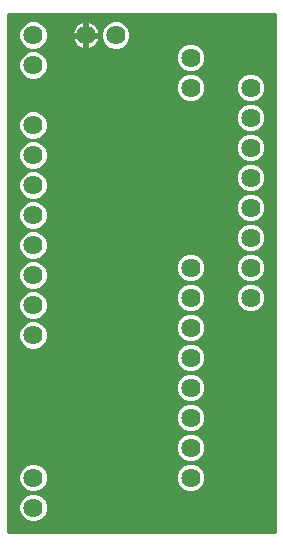
<source format=gbl>
G75*
%MOIN*%
%OFA0B0*%
%FSLAX25Y25*%
%IPPOS*%
%LPD*%
%AMOC8*
5,1,8,0,0,1.08239X$1,22.5*
%
%ADD10C,0.06400*%
%ADD11C,0.01000*%
%ADD12C,0.04362*%
D10*
X0011500Y0011500D03*
X0011500Y0021500D03*
X0011500Y0069000D03*
X0011500Y0079000D03*
X0011500Y0089000D03*
X0011500Y0099000D03*
X0011500Y0109000D03*
X0011500Y0119000D03*
X0011500Y0129000D03*
X0011500Y0139000D03*
X0011500Y0159000D03*
X0011500Y0169000D03*
X0029000Y0169000D03*
X0039000Y0169000D03*
X0064000Y0161500D03*
X0064000Y0151500D03*
X0084000Y0151500D03*
X0084000Y0141500D03*
X0084000Y0131500D03*
X0084000Y0121500D03*
X0084000Y0111500D03*
X0084000Y0101500D03*
X0084000Y0091500D03*
X0084000Y0081500D03*
X0064000Y0081500D03*
X0064000Y0071500D03*
X0064000Y0061500D03*
X0064000Y0051500D03*
X0064000Y0041500D03*
X0064000Y0031500D03*
X0064000Y0021500D03*
X0064000Y0091500D03*
D11*
X0003200Y0176001D02*
X0003200Y0003200D01*
X0092221Y0003200D01*
X0092221Y0176001D01*
X0003200Y0176001D01*
X0003200Y0175241D02*
X0092221Y0175241D01*
X0092221Y0174242D02*
X0003200Y0174242D01*
X0003200Y0173244D02*
X0008941Y0173244D01*
X0008724Y0173154D02*
X0007346Y0171776D01*
X0006600Y0169975D01*
X0006600Y0168025D01*
X0007346Y0166224D01*
X0008724Y0164846D01*
X0010525Y0164100D01*
X0012475Y0164100D01*
X0014276Y0164846D01*
X0015654Y0166224D01*
X0016400Y0168025D01*
X0016400Y0169975D01*
X0015654Y0171776D01*
X0014276Y0173154D01*
X0012475Y0173900D01*
X0010525Y0173900D01*
X0008724Y0173154D01*
X0007816Y0172245D02*
X0003200Y0172245D01*
X0003200Y0171247D02*
X0007127Y0171247D01*
X0006713Y0170248D02*
X0003200Y0170248D01*
X0003200Y0169250D02*
X0006600Y0169250D01*
X0006600Y0168251D02*
X0003200Y0168251D01*
X0003200Y0167253D02*
X0006920Y0167253D01*
X0007334Y0166254D02*
X0003200Y0166254D01*
X0003200Y0165256D02*
X0008314Y0165256D01*
X0008977Y0163259D02*
X0003200Y0163259D01*
X0003200Y0164257D02*
X0010145Y0164257D01*
X0010525Y0163900D02*
X0008724Y0163154D01*
X0007346Y0161776D01*
X0006600Y0159975D01*
X0006600Y0158025D01*
X0007346Y0156224D01*
X0008724Y0154846D01*
X0010525Y0154100D01*
X0012475Y0154100D01*
X0014276Y0154846D01*
X0015654Y0156224D01*
X0016400Y0158025D01*
X0016400Y0159975D01*
X0015654Y0161776D01*
X0014276Y0163154D01*
X0012475Y0163900D01*
X0010525Y0163900D01*
X0012855Y0164257D02*
X0037645Y0164257D01*
X0038025Y0164100D02*
X0039975Y0164100D01*
X0041776Y0164846D01*
X0043154Y0166224D01*
X0043900Y0168025D01*
X0043900Y0169975D01*
X0043154Y0171776D01*
X0041776Y0173154D01*
X0039975Y0173900D01*
X0038025Y0173900D01*
X0036224Y0173154D01*
X0034846Y0171776D01*
X0034100Y0169975D01*
X0034100Y0168025D01*
X0034846Y0166224D01*
X0036224Y0164846D01*
X0038025Y0164100D01*
X0035814Y0165256D02*
X0031843Y0165256D01*
X0032062Y0165415D02*
X0032585Y0165938D01*
X0033020Y0166537D01*
X0033356Y0167196D01*
X0033584Y0167899D01*
X0033679Y0168500D01*
X0029500Y0168500D01*
X0029500Y0169500D01*
X0028500Y0169500D01*
X0028500Y0173679D01*
X0027899Y0173584D01*
X0027196Y0173356D01*
X0026537Y0173020D01*
X0025938Y0172585D01*
X0025415Y0172062D01*
X0024980Y0171463D01*
X0024644Y0170804D01*
X0024416Y0170101D01*
X0024321Y0169500D01*
X0028500Y0169500D01*
X0028500Y0168500D01*
X0024321Y0168500D01*
X0024416Y0167899D01*
X0024644Y0167196D01*
X0024980Y0166537D01*
X0025415Y0165938D01*
X0025938Y0165415D01*
X0026537Y0164980D01*
X0027196Y0164644D01*
X0027899Y0164416D01*
X0028500Y0164321D01*
X0028500Y0168500D01*
X0029500Y0168500D01*
X0029500Y0164321D01*
X0030101Y0164416D01*
X0030804Y0164644D01*
X0031463Y0164980D01*
X0032062Y0165415D01*
X0032815Y0166254D02*
X0034834Y0166254D01*
X0034420Y0167253D02*
X0033374Y0167253D01*
X0033640Y0168251D02*
X0034100Y0168251D01*
X0034100Y0169250D02*
X0029500Y0169250D01*
X0029500Y0169500D02*
X0033679Y0169500D01*
X0033584Y0170101D01*
X0033356Y0170804D01*
X0033020Y0171463D01*
X0032585Y0172062D01*
X0032062Y0172585D01*
X0031463Y0173020D01*
X0030804Y0173356D01*
X0030101Y0173584D01*
X0029500Y0173679D01*
X0029500Y0169500D01*
X0029500Y0170248D02*
X0028500Y0170248D01*
X0028500Y0169250D02*
X0016400Y0169250D01*
X0016400Y0168251D02*
X0024360Y0168251D01*
X0024626Y0167253D02*
X0016080Y0167253D01*
X0015666Y0166254D02*
X0025185Y0166254D01*
X0026157Y0165256D02*
X0014685Y0165256D01*
X0014023Y0163259D02*
X0059425Y0163259D01*
X0059100Y0162475D02*
X0059846Y0164276D01*
X0061224Y0165654D01*
X0063025Y0166400D01*
X0064975Y0166400D01*
X0066776Y0165654D01*
X0068154Y0164276D01*
X0068900Y0162475D01*
X0068900Y0160525D01*
X0068154Y0158724D01*
X0066776Y0157346D01*
X0064975Y0156600D01*
X0063025Y0156600D01*
X0061224Y0157346D01*
X0059846Y0158724D01*
X0059100Y0160525D01*
X0059100Y0162475D01*
X0059100Y0162260D02*
X0015169Y0162260D01*
X0015867Y0161262D02*
X0059100Y0161262D01*
X0059209Y0160263D02*
X0016280Y0160263D01*
X0016400Y0159265D02*
X0059622Y0159265D01*
X0060304Y0158266D02*
X0016400Y0158266D01*
X0016086Y0157268D02*
X0061413Y0157268D01*
X0061224Y0155654D02*
X0059846Y0154276D01*
X0059100Y0152475D01*
X0059100Y0150525D01*
X0059846Y0148724D01*
X0061224Y0147346D01*
X0063025Y0146600D01*
X0064975Y0146600D01*
X0066776Y0147346D01*
X0068154Y0148724D01*
X0068900Y0150525D01*
X0068900Y0152475D01*
X0068154Y0154276D01*
X0066776Y0155654D01*
X0064975Y0156400D01*
X0063025Y0156400D01*
X0061224Y0155654D01*
X0060841Y0155271D02*
X0014700Y0155271D01*
X0015673Y0156269D02*
X0062710Y0156269D01*
X0065290Y0156269D02*
X0082710Y0156269D01*
X0083025Y0156400D02*
X0081224Y0155654D01*
X0079846Y0154276D01*
X0079100Y0152475D01*
X0079100Y0150525D01*
X0079846Y0148724D01*
X0081224Y0147346D01*
X0083025Y0146600D01*
X0084975Y0146600D01*
X0086776Y0147346D01*
X0088154Y0148724D01*
X0088900Y0150525D01*
X0088900Y0152475D01*
X0088154Y0154276D01*
X0086776Y0155654D01*
X0084975Y0156400D01*
X0083025Y0156400D01*
X0080841Y0155271D02*
X0067159Y0155271D01*
X0068155Y0154272D02*
X0079845Y0154272D01*
X0079431Y0153274D02*
X0068569Y0153274D01*
X0068900Y0152275D02*
X0079100Y0152275D01*
X0079100Y0151277D02*
X0068900Y0151277D01*
X0068798Y0150278D02*
X0079202Y0150278D01*
X0079616Y0149280D02*
X0068384Y0149280D01*
X0067711Y0148281D02*
X0080289Y0148281D01*
X0081377Y0147283D02*
X0066623Y0147283D01*
X0061377Y0147283D02*
X0003200Y0147283D01*
X0003200Y0148281D02*
X0060289Y0148281D01*
X0059616Y0149280D02*
X0003200Y0149280D01*
X0003200Y0150278D02*
X0059202Y0150278D01*
X0059100Y0151277D02*
X0003200Y0151277D01*
X0003200Y0152275D02*
X0059100Y0152275D01*
X0059431Y0153274D02*
X0003200Y0153274D01*
X0003200Y0154272D02*
X0010110Y0154272D01*
X0008300Y0155271D02*
X0003200Y0155271D01*
X0003200Y0156269D02*
X0007327Y0156269D01*
X0006914Y0157268D02*
X0003200Y0157268D01*
X0003200Y0158266D02*
X0006600Y0158266D01*
X0006600Y0159265D02*
X0003200Y0159265D01*
X0003200Y0160263D02*
X0006720Y0160263D01*
X0007133Y0161262D02*
X0003200Y0161262D01*
X0003200Y0162260D02*
X0007831Y0162260D01*
X0012890Y0154272D02*
X0059845Y0154272D01*
X0059838Y0164257D02*
X0040355Y0164257D01*
X0042185Y0165256D02*
X0060826Y0165256D01*
X0062674Y0166254D02*
X0043166Y0166254D01*
X0043580Y0167253D02*
X0092221Y0167253D01*
X0092221Y0168251D02*
X0043900Y0168251D01*
X0043900Y0169250D02*
X0092221Y0169250D01*
X0092221Y0170248D02*
X0043787Y0170248D01*
X0043373Y0171247D02*
X0092221Y0171247D01*
X0092221Y0172245D02*
X0042684Y0172245D01*
X0041559Y0173244D02*
X0092221Y0173244D01*
X0092221Y0166254D02*
X0065326Y0166254D01*
X0067174Y0165256D02*
X0092221Y0165256D01*
X0092221Y0164257D02*
X0068162Y0164257D01*
X0068575Y0163259D02*
X0092221Y0163259D01*
X0092221Y0162260D02*
X0068900Y0162260D01*
X0068900Y0161262D02*
X0092221Y0161262D01*
X0092221Y0160263D02*
X0068791Y0160263D01*
X0068378Y0159265D02*
X0092221Y0159265D01*
X0092221Y0158266D02*
X0067696Y0158266D01*
X0066587Y0157268D02*
X0092221Y0157268D01*
X0092221Y0156269D02*
X0085290Y0156269D01*
X0087159Y0155271D02*
X0092221Y0155271D01*
X0092221Y0154272D02*
X0088155Y0154272D01*
X0088569Y0153274D02*
X0092221Y0153274D01*
X0092221Y0152275D02*
X0088900Y0152275D01*
X0088900Y0151277D02*
X0092221Y0151277D01*
X0092221Y0150278D02*
X0088798Y0150278D01*
X0088384Y0149280D02*
X0092221Y0149280D01*
X0092221Y0148281D02*
X0087711Y0148281D01*
X0086623Y0147283D02*
X0092221Y0147283D01*
X0092221Y0146284D02*
X0085254Y0146284D01*
X0084975Y0146400D02*
X0083025Y0146400D01*
X0081224Y0145654D01*
X0079846Y0144276D01*
X0079100Y0142475D01*
X0079100Y0140525D01*
X0079846Y0138724D01*
X0081224Y0137346D01*
X0083025Y0136600D01*
X0084975Y0136600D01*
X0086776Y0137346D01*
X0088154Y0138724D01*
X0088900Y0140525D01*
X0088900Y0142475D01*
X0088154Y0144276D01*
X0086776Y0145654D01*
X0084975Y0146400D01*
X0082746Y0146284D02*
X0003200Y0146284D01*
X0003200Y0145286D02*
X0080856Y0145286D01*
X0079857Y0144287D02*
X0003200Y0144287D01*
X0003200Y0143289D02*
X0009049Y0143289D01*
X0008724Y0143154D02*
X0007346Y0141776D01*
X0006600Y0139975D01*
X0006600Y0138025D01*
X0007346Y0136224D01*
X0008724Y0134846D01*
X0010525Y0134100D01*
X0012475Y0134100D01*
X0014276Y0134846D01*
X0015654Y0136224D01*
X0016400Y0138025D01*
X0016400Y0139975D01*
X0015654Y0141776D01*
X0014276Y0143154D01*
X0012475Y0143900D01*
X0010525Y0143900D01*
X0008724Y0143154D01*
X0007860Y0142290D02*
X0003200Y0142290D01*
X0003200Y0141292D02*
X0007145Y0141292D01*
X0006732Y0140293D02*
X0003200Y0140293D01*
X0003200Y0139295D02*
X0006600Y0139295D01*
X0006600Y0138296D02*
X0003200Y0138296D01*
X0003200Y0137298D02*
X0006901Y0137298D01*
X0007315Y0136299D02*
X0003200Y0136299D01*
X0003200Y0135301D02*
X0008270Y0135301D01*
X0009085Y0133303D02*
X0003200Y0133303D01*
X0003200Y0132305D02*
X0007875Y0132305D01*
X0007346Y0131776D02*
X0006600Y0129975D01*
X0006600Y0128025D01*
X0007346Y0126224D01*
X0008724Y0124846D01*
X0010525Y0124100D01*
X0012475Y0124100D01*
X0014276Y0124846D01*
X0015654Y0126224D01*
X0016400Y0128025D01*
X0016400Y0129975D01*
X0015654Y0131776D01*
X0014276Y0133154D01*
X0012475Y0133900D01*
X0010525Y0133900D01*
X0008724Y0133154D01*
X0007346Y0131776D01*
X0007152Y0131306D02*
X0003200Y0131306D01*
X0003200Y0130308D02*
X0006738Y0130308D01*
X0006600Y0129309D02*
X0003200Y0129309D01*
X0003200Y0128311D02*
X0006600Y0128311D01*
X0006895Y0127312D02*
X0003200Y0127312D01*
X0003200Y0126314D02*
X0007309Y0126314D01*
X0008255Y0125315D02*
X0003200Y0125315D01*
X0003200Y0124317D02*
X0010002Y0124317D01*
X0010525Y0123900D02*
X0008724Y0123154D01*
X0007346Y0121776D01*
X0006600Y0119975D01*
X0006600Y0118025D01*
X0007346Y0116224D01*
X0008724Y0114846D01*
X0010525Y0114100D01*
X0012475Y0114100D01*
X0014276Y0114846D01*
X0015654Y0116224D01*
X0016400Y0118025D01*
X0016400Y0119975D01*
X0015654Y0121776D01*
X0014276Y0123154D01*
X0012475Y0123900D01*
X0010525Y0123900D01*
X0009121Y0123318D02*
X0003200Y0123318D01*
X0003200Y0122320D02*
X0007890Y0122320D01*
X0007158Y0121321D02*
X0003200Y0121321D01*
X0003200Y0120323D02*
X0006744Y0120323D01*
X0006600Y0119324D02*
X0003200Y0119324D01*
X0003200Y0118326D02*
X0006600Y0118326D01*
X0006889Y0117327D02*
X0003200Y0117327D01*
X0003200Y0116329D02*
X0007303Y0116329D01*
X0008240Y0115330D02*
X0003200Y0115330D01*
X0003200Y0114332D02*
X0009966Y0114332D01*
X0010525Y0113900D02*
X0008724Y0113154D01*
X0007346Y0111776D01*
X0006600Y0109975D01*
X0006600Y0108025D01*
X0007346Y0106224D01*
X0008724Y0104846D01*
X0010525Y0104100D01*
X0012475Y0104100D01*
X0014276Y0104846D01*
X0015654Y0106224D01*
X0016400Y0108025D01*
X0016400Y0109975D01*
X0015654Y0111776D01*
X0014276Y0113154D01*
X0012475Y0113900D01*
X0010525Y0113900D01*
X0009157Y0113333D02*
X0003200Y0113333D01*
X0003200Y0112335D02*
X0007905Y0112335D01*
X0007164Y0111336D02*
X0003200Y0111336D01*
X0003200Y0110338D02*
X0006750Y0110338D01*
X0006600Y0109339D02*
X0003200Y0109339D01*
X0003200Y0108341D02*
X0006600Y0108341D01*
X0006883Y0107342D02*
X0003200Y0107342D01*
X0003200Y0106344D02*
X0007297Y0106344D01*
X0008225Y0105345D02*
X0003200Y0105345D01*
X0003200Y0104347D02*
X0009930Y0104347D01*
X0010525Y0103900D02*
X0008724Y0103154D01*
X0007346Y0101776D01*
X0006600Y0099975D01*
X0006600Y0098025D01*
X0007346Y0096224D01*
X0008724Y0094846D01*
X0010525Y0094100D01*
X0012475Y0094100D01*
X0014276Y0094846D01*
X0015654Y0096224D01*
X0016400Y0098025D01*
X0016400Y0099975D01*
X0015654Y0101776D01*
X0014276Y0103154D01*
X0012475Y0103900D01*
X0010525Y0103900D01*
X0009193Y0103348D02*
X0003200Y0103348D01*
X0003200Y0102350D02*
X0007920Y0102350D01*
X0007170Y0101351D02*
X0003200Y0101351D01*
X0003200Y0100353D02*
X0006757Y0100353D01*
X0006600Y0099354D02*
X0003200Y0099354D01*
X0003200Y0098356D02*
X0006600Y0098356D01*
X0006877Y0097357D02*
X0003200Y0097357D01*
X0003200Y0096359D02*
X0007290Y0096359D01*
X0008210Y0095360D02*
X0003200Y0095360D01*
X0003200Y0094362D02*
X0009894Y0094362D01*
X0010525Y0093900D02*
X0008724Y0093154D01*
X0007346Y0091776D01*
X0006600Y0089975D01*
X0006600Y0088025D01*
X0007346Y0086224D01*
X0008724Y0084846D01*
X0010525Y0084100D01*
X0012475Y0084100D01*
X0014276Y0084846D01*
X0015654Y0086224D01*
X0016400Y0088025D01*
X0016400Y0089975D01*
X0015654Y0091776D01*
X0014276Y0093154D01*
X0012475Y0093900D01*
X0010525Y0093900D01*
X0009229Y0093363D02*
X0003200Y0093363D01*
X0003200Y0092365D02*
X0007935Y0092365D01*
X0007176Y0091366D02*
X0003200Y0091366D01*
X0003200Y0090368D02*
X0006763Y0090368D01*
X0006600Y0089369D02*
X0003200Y0089369D01*
X0003200Y0088370D02*
X0006600Y0088370D01*
X0006871Y0087372D02*
X0003200Y0087372D01*
X0003200Y0086373D02*
X0007284Y0086373D01*
X0008195Y0085375D02*
X0003200Y0085375D01*
X0003200Y0084376D02*
X0009858Y0084376D01*
X0010525Y0083900D02*
X0008724Y0083154D01*
X0007346Y0081776D01*
X0006600Y0079975D01*
X0006600Y0078025D01*
X0007346Y0076224D01*
X0008724Y0074846D01*
X0010525Y0074100D01*
X0012475Y0074100D01*
X0014276Y0074846D01*
X0015654Y0076224D01*
X0016400Y0078025D01*
X0016400Y0079975D01*
X0015654Y0081776D01*
X0014276Y0083154D01*
X0012475Y0083900D01*
X0010525Y0083900D01*
X0009265Y0083378D02*
X0003200Y0083378D01*
X0003200Y0082379D02*
X0007950Y0082379D01*
X0007182Y0081381D02*
X0003200Y0081381D01*
X0003200Y0080382D02*
X0006769Y0080382D01*
X0006600Y0079384D02*
X0003200Y0079384D01*
X0003200Y0078385D02*
X0006600Y0078385D01*
X0006864Y0077387D02*
X0003200Y0077387D01*
X0003200Y0076388D02*
X0007278Y0076388D01*
X0008181Y0075390D02*
X0003200Y0075390D01*
X0003200Y0074391D02*
X0009822Y0074391D01*
X0010525Y0073900D02*
X0008724Y0073154D01*
X0007346Y0071776D01*
X0006600Y0069975D01*
X0006600Y0068025D01*
X0007346Y0066224D01*
X0008724Y0064846D01*
X0010525Y0064100D01*
X0012475Y0064100D01*
X0014276Y0064846D01*
X0015654Y0066224D01*
X0016400Y0068025D01*
X0016400Y0069975D01*
X0015654Y0071776D01*
X0014276Y0073154D01*
X0012475Y0073900D01*
X0010525Y0073900D01*
X0009301Y0073393D02*
X0003200Y0073393D01*
X0003200Y0072394D02*
X0007965Y0072394D01*
X0007189Y0071396D02*
X0003200Y0071396D01*
X0003200Y0070397D02*
X0006775Y0070397D01*
X0006600Y0069399D02*
X0003200Y0069399D01*
X0003200Y0068400D02*
X0006600Y0068400D01*
X0006858Y0067402D02*
X0003200Y0067402D01*
X0003200Y0066403D02*
X0007272Y0066403D01*
X0008166Y0065405D02*
X0003200Y0065405D01*
X0003200Y0064406D02*
X0009786Y0064406D01*
X0013214Y0064406D02*
X0059977Y0064406D01*
X0059846Y0064276D02*
X0059100Y0062475D01*
X0059100Y0060525D01*
X0059846Y0058724D01*
X0061224Y0057346D01*
X0063025Y0056600D01*
X0064975Y0056600D01*
X0066776Y0057346D01*
X0068154Y0058724D01*
X0068900Y0060525D01*
X0068900Y0062475D01*
X0068154Y0064276D01*
X0066776Y0065654D01*
X0064975Y0066400D01*
X0063025Y0066400D01*
X0061224Y0065654D01*
X0059846Y0064276D01*
X0059486Y0063408D02*
X0003200Y0063408D01*
X0003200Y0062409D02*
X0059100Y0062409D01*
X0059100Y0061411D02*
X0003200Y0061411D01*
X0003200Y0060412D02*
X0059147Y0060412D01*
X0059560Y0059414D02*
X0003200Y0059414D01*
X0003200Y0058415D02*
X0060155Y0058415D01*
X0060990Y0055420D02*
X0003200Y0055420D01*
X0003200Y0056418D02*
X0092221Y0056418D01*
X0092221Y0055420D02*
X0067010Y0055420D01*
X0066776Y0055654D02*
X0068154Y0054276D01*
X0068900Y0052475D01*
X0068900Y0050525D01*
X0068154Y0048724D01*
X0066776Y0047346D01*
X0064975Y0046600D01*
X0063025Y0046600D01*
X0061224Y0047346D01*
X0059846Y0048724D01*
X0059100Y0050525D01*
X0059100Y0052475D01*
X0059846Y0054276D01*
X0061224Y0055654D01*
X0063025Y0056400D01*
X0064975Y0056400D01*
X0066776Y0055654D01*
X0066846Y0057417D02*
X0092221Y0057417D01*
X0092221Y0058415D02*
X0067845Y0058415D01*
X0068440Y0059414D02*
X0092221Y0059414D01*
X0092221Y0060412D02*
X0068853Y0060412D01*
X0068900Y0061411D02*
X0092221Y0061411D01*
X0092221Y0062409D02*
X0068900Y0062409D01*
X0068514Y0063408D02*
X0092221Y0063408D01*
X0092221Y0064406D02*
X0068023Y0064406D01*
X0067025Y0065405D02*
X0092221Y0065405D01*
X0092221Y0066403D02*
X0015728Y0066403D01*
X0016142Y0067402D02*
X0061169Y0067402D01*
X0061224Y0067346D02*
X0063025Y0066600D01*
X0064975Y0066600D01*
X0066776Y0067346D01*
X0068154Y0068724D01*
X0068900Y0070525D01*
X0068900Y0072475D01*
X0068154Y0074276D01*
X0066776Y0075654D01*
X0064975Y0076400D01*
X0063025Y0076400D01*
X0061224Y0075654D01*
X0059846Y0074276D01*
X0059100Y0072475D01*
X0059100Y0070525D01*
X0059846Y0068724D01*
X0061224Y0067346D01*
X0060170Y0068400D02*
X0016400Y0068400D01*
X0016400Y0069399D02*
X0059567Y0069399D01*
X0059153Y0070397D02*
X0016225Y0070397D01*
X0015811Y0071396D02*
X0059100Y0071396D01*
X0059100Y0072394D02*
X0015035Y0072394D01*
X0013699Y0073393D02*
X0059480Y0073393D01*
X0059962Y0074391D02*
X0013178Y0074391D01*
X0014819Y0075390D02*
X0060960Y0075390D01*
X0061224Y0077346D02*
X0063025Y0076600D01*
X0064975Y0076600D01*
X0066776Y0077346D01*
X0068154Y0078724D01*
X0068900Y0080525D01*
X0068900Y0082475D01*
X0068154Y0084276D01*
X0066776Y0085654D01*
X0064975Y0086400D01*
X0063025Y0086400D01*
X0061224Y0085654D01*
X0059846Y0084276D01*
X0059100Y0082475D01*
X0059100Y0080525D01*
X0059846Y0078724D01*
X0061224Y0077346D01*
X0061183Y0077387D02*
X0016136Y0077387D01*
X0016400Y0078385D02*
X0060185Y0078385D01*
X0059573Y0079384D02*
X0016400Y0079384D01*
X0016231Y0080382D02*
X0059159Y0080382D01*
X0059100Y0081381D02*
X0015818Y0081381D01*
X0015050Y0082379D02*
X0059100Y0082379D01*
X0059474Y0083378D02*
X0013735Y0083378D01*
X0013142Y0084376D02*
X0059947Y0084376D01*
X0060945Y0085375D02*
X0014805Y0085375D01*
X0015716Y0086373D02*
X0062961Y0086373D01*
X0063025Y0086600D02*
X0064975Y0086600D01*
X0066776Y0087346D01*
X0068154Y0088724D01*
X0068900Y0090525D01*
X0068900Y0092475D01*
X0068154Y0094276D01*
X0066776Y0095654D01*
X0064975Y0096400D01*
X0063025Y0096400D01*
X0061224Y0095654D01*
X0059846Y0094276D01*
X0059100Y0092475D01*
X0059100Y0090525D01*
X0059846Y0088724D01*
X0061224Y0087346D01*
X0063025Y0086600D01*
X0061198Y0087372D02*
X0016129Y0087372D01*
X0016400Y0088370D02*
X0060200Y0088370D01*
X0059579Y0089369D02*
X0016400Y0089369D01*
X0016237Y0090368D02*
X0059165Y0090368D01*
X0059100Y0091366D02*
X0015824Y0091366D01*
X0015065Y0092365D02*
X0059100Y0092365D01*
X0059468Y0093363D02*
X0013771Y0093363D01*
X0013106Y0094362D02*
X0059932Y0094362D01*
X0060930Y0095360D02*
X0014790Y0095360D01*
X0015710Y0096359D02*
X0062925Y0096359D01*
X0065075Y0096359D02*
X0082925Y0096359D01*
X0083025Y0096400D02*
X0081224Y0095654D01*
X0079846Y0094276D01*
X0079100Y0092475D01*
X0079100Y0090525D01*
X0079846Y0088724D01*
X0081224Y0087346D01*
X0083025Y0086600D01*
X0084975Y0086600D01*
X0086776Y0087346D01*
X0088154Y0088724D01*
X0088900Y0090525D01*
X0088900Y0092475D01*
X0088154Y0094276D01*
X0086776Y0095654D01*
X0084975Y0096400D01*
X0083025Y0096400D01*
X0083025Y0096600D02*
X0081224Y0097346D01*
X0079846Y0098724D01*
X0079100Y0100525D01*
X0079100Y0102475D01*
X0079846Y0104276D01*
X0081224Y0105654D01*
X0083025Y0106400D01*
X0084975Y0106400D01*
X0086776Y0105654D01*
X0088154Y0104276D01*
X0088900Y0102475D01*
X0088900Y0100525D01*
X0088154Y0098724D01*
X0086776Y0097346D01*
X0084975Y0096600D01*
X0083025Y0096600D01*
X0081213Y0097357D02*
X0016123Y0097357D01*
X0016400Y0098356D02*
X0080215Y0098356D01*
X0079585Y0099354D02*
X0016400Y0099354D01*
X0016243Y0100353D02*
X0079172Y0100353D01*
X0079100Y0101351D02*
X0015830Y0101351D01*
X0015080Y0102350D02*
X0079100Y0102350D01*
X0079462Y0103348D02*
X0013807Y0103348D01*
X0013070Y0104347D02*
X0079917Y0104347D01*
X0080916Y0105345D02*
X0014775Y0105345D01*
X0015703Y0106344D02*
X0082889Y0106344D01*
X0083025Y0106600D02*
X0084975Y0106600D01*
X0086776Y0107346D01*
X0088154Y0108724D01*
X0088900Y0110525D01*
X0088900Y0112475D01*
X0088154Y0114276D01*
X0086776Y0115654D01*
X0084975Y0116400D01*
X0083025Y0116400D01*
X0081224Y0115654D01*
X0079846Y0114276D01*
X0079100Y0112475D01*
X0079100Y0110525D01*
X0079846Y0108724D01*
X0081224Y0107346D01*
X0083025Y0106600D01*
X0081233Y0107342D02*
X0016117Y0107342D01*
X0016400Y0108341D02*
X0080230Y0108341D01*
X0079591Y0109339D02*
X0016400Y0109339D01*
X0016250Y0110338D02*
X0079178Y0110338D01*
X0079100Y0111336D02*
X0015836Y0111336D01*
X0015095Y0112335D02*
X0079100Y0112335D01*
X0079456Y0113333D02*
X0013843Y0113333D01*
X0013034Y0114332D02*
X0079902Y0114332D01*
X0080901Y0115330D02*
X0014760Y0115330D01*
X0015697Y0116329D02*
X0082853Y0116329D01*
X0083025Y0116600D02*
X0084975Y0116600D01*
X0086776Y0117346D01*
X0088154Y0118724D01*
X0088900Y0120525D01*
X0088900Y0122475D01*
X0088154Y0124276D01*
X0086776Y0125654D01*
X0084975Y0126400D01*
X0083025Y0126400D01*
X0081224Y0125654D01*
X0079846Y0124276D01*
X0079100Y0122475D01*
X0079100Y0120525D01*
X0079846Y0118724D01*
X0081224Y0117346D01*
X0083025Y0116600D01*
X0081269Y0117327D02*
X0016111Y0117327D01*
X0016400Y0118326D02*
X0080245Y0118326D01*
X0079597Y0119324D02*
X0016400Y0119324D01*
X0016256Y0120323D02*
X0079184Y0120323D01*
X0079100Y0121321D02*
X0015842Y0121321D01*
X0015110Y0122320D02*
X0079100Y0122320D01*
X0079449Y0123318D02*
X0013879Y0123318D01*
X0012998Y0124317D02*
X0079887Y0124317D01*
X0080886Y0125315D02*
X0014745Y0125315D01*
X0015691Y0126314D02*
X0082818Y0126314D01*
X0083025Y0126600D02*
X0084975Y0126600D01*
X0086776Y0127346D01*
X0088154Y0128724D01*
X0088900Y0130525D01*
X0088900Y0132475D01*
X0088154Y0134276D01*
X0086776Y0135654D01*
X0084975Y0136400D01*
X0083025Y0136400D01*
X0081224Y0135654D01*
X0079846Y0134276D01*
X0079100Y0132475D01*
X0079100Y0130525D01*
X0079846Y0128724D01*
X0081224Y0127346D01*
X0083025Y0126600D01*
X0081305Y0127312D02*
X0016105Y0127312D01*
X0016400Y0128311D02*
X0080259Y0128311D01*
X0079604Y0129309D02*
X0016400Y0129309D01*
X0016262Y0130308D02*
X0079190Y0130308D01*
X0079100Y0131306D02*
X0015848Y0131306D01*
X0015125Y0132305D02*
X0079100Y0132305D01*
X0079443Y0133303D02*
X0013915Y0133303D01*
X0012962Y0134302D02*
X0079872Y0134302D01*
X0080871Y0135301D02*
X0014730Y0135301D01*
X0015685Y0136299D02*
X0082782Y0136299D01*
X0081341Y0137298D02*
X0016099Y0137298D01*
X0016400Y0138296D02*
X0080274Y0138296D01*
X0079610Y0139295D02*
X0016400Y0139295D01*
X0016268Y0140293D02*
X0079196Y0140293D01*
X0079100Y0141292D02*
X0015855Y0141292D01*
X0015140Y0142290D02*
X0079100Y0142290D01*
X0079437Y0143289D02*
X0013951Y0143289D01*
X0010038Y0134302D02*
X0003200Y0134302D01*
X0016287Y0170248D02*
X0024464Y0170248D01*
X0024870Y0171247D02*
X0015873Y0171247D01*
X0015184Y0172245D02*
X0025599Y0172245D01*
X0026977Y0173244D02*
X0014059Y0173244D01*
X0028500Y0173244D02*
X0029500Y0173244D01*
X0029500Y0172245D02*
X0028500Y0172245D01*
X0028500Y0171247D02*
X0029500Y0171247D01*
X0029500Y0168251D02*
X0028500Y0168251D01*
X0028500Y0167253D02*
X0029500Y0167253D01*
X0029500Y0166254D02*
X0028500Y0166254D01*
X0028500Y0165256D02*
X0029500Y0165256D01*
X0033130Y0171247D02*
X0034627Y0171247D01*
X0034213Y0170248D02*
X0033536Y0170248D01*
X0032401Y0172245D02*
X0035316Y0172245D01*
X0036441Y0173244D02*
X0031023Y0173244D01*
X0067070Y0095360D02*
X0080930Y0095360D01*
X0079932Y0094362D02*
X0068068Y0094362D01*
X0068532Y0093363D02*
X0079468Y0093363D01*
X0079100Y0092365D02*
X0068900Y0092365D01*
X0068900Y0091366D02*
X0079100Y0091366D01*
X0079165Y0090368D02*
X0068835Y0090368D01*
X0068421Y0089369D02*
X0079579Y0089369D01*
X0080200Y0088370D02*
X0067800Y0088370D01*
X0066802Y0087372D02*
X0081198Y0087372D01*
X0081224Y0085654D02*
X0079846Y0084276D01*
X0079100Y0082475D01*
X0079100Y0080525D01*
X0079846Y0078724D01*
X0081224Y0077346D01*
X0083025Y0076600D01*
X0084975Y0076600D01*
X0086776Y0077346D01*
X0088154Y0078724D01*
X0088900Y0080525D01*
X0088900Y0082475D01*
X0088154Y0084276D01*
X0086776Y0085654D01*
X0084975Y0086400D01*
X0083025Y0086400D01*
X0081224Y0085654D01*
X0080945Y0085375D02*
X0067055Y0085375D01*
X0068053Y0084376D02*
X0079947Y0084376D01*
X0079474Y0083378D02*
X0068526Y0083378D01*
X0068900Y0082379D02*
X0079100Y0082379D01*
X0079100Y0081381D02*
X0068900Y0081381D01*
X0068841Y0080382D02*
X0079159Y0080382D01*
X0079573Y0079384D02*
X0068427Y0079384D01*
X0067815Y0078385D02*
X0080185Y0078385D01*
X0081183Y0077387D02*
X0066816Y0077387D01*
X0067040Y0075390D02*
X0092221Y0075390D01*
X0092221Y0076388D02*
X0065003Y0076388D01*
X0062997Y0076388D02*
X0015722Y0076388D01*
X0014834Y0065405D02*
X0060975Y0065405D01*
X0061154Y0057417D02*
X0003200Y0057417D01*
X0003200Y0054421D02*
X0059991Y0054421D01*
X0059493Y0053423D02*
X0003200Y0053423D01*
X0003200Y0052424D02*
X0059100Y0052424D01*
X0059100Y0051426D02*
X0003200Y0051426D01*
X0003200Y0050427D02*
X0059141Y0050427D01*
X0059554Y0049429D02*
X0003200Y0049429D01*
X0003200Y0048430D02*
X0060140Y0048430D01*
X0061139Y0047432D02*
X0003200Y0047432D01*
X0003200Y0046433D02*
X0092221Y0046433D01*
X0092221Y0045434D02*
X0066995Y0045434D01*
X0066776Y0045654D02*
X0068154Y0044276D01*
X0068900Y0042475D01*
X0068900Y0040525D01*
X0068154Y0038724D01*
X0066776Y0037346D01*
X0064975Y0036600D01*
X0063025Y0036600D01*
X0061224Y0037346D01*
X0059846Y0038724D01*
X0059100Y0040525D01*
X0059100Y0042475D01*
X0059846Y0044276D01*
X0061224Y0045654D01*
X0063025Y0046400D01*
X0064975Y0046400D01*
X0066776Y0045654D01*
X0066861Y0047432D02*
X0092221Y0047432D01*
X0092221Y0048430D02*
X0067860Y0048430D01*
X0068446Y0049429D02*
X0092221Y0049429D01*
X0092221Y0050427D02*
X0068859Y0050427D01*
X0068900Y0051426D02*
X0092221Y0051426D01*
X0092221Y0052424D02*
X0068900Y0052424D01*
X0068507Y0053423D02*
X0092221Y0053423D01*
X0092221Y0054421D02*
X0068009Y0054421D01*
X0067994Y0044436D02*
X0092221Y0044436D01*
X0092221Y0043437D02*
X0068501Y0043437D01*
X0068900Y0042439D02*
X0092221Y0042439D01*
X0092221Y0041440D02*
X0068900Y0041440D01*
X0068865Y0040442D02*
X0092221Y0040442D01*
X0092221Y0039443D02*
X0068452Y0039443D01*
X0067875Y0038445D02*
X0092221Y0038445D01*
X0092221Y0037446D02*
X0066876Y0037446D01*
X0066776Y0035654D02*
X0064975Y0036400D01*
X0063025Y0036400D01*
X0061224Y0035654D01*
X0059846Y0034276D01*
X0059100Y0032475D01*
X0059100Y0030525D01*
X0059846Y0028724D01*
X0061224Y0027346D01*
X0063025Y0026600D01*
X0064975Y0026600D01*
X0066776Y0027346D01*
X0068154Y0028724D01*
X0068900Y0030525D01*
X0068900Y0032475D01*
X0068154Y0034276D01*
X0066776Y0035654D01*
X0066980Y0035449D02*
X0092221Y0035449D01*
X0092221Y0034451D02*
X0067979Y0034451D01*
X0068495Y0033452D02*
X0092221Y0033452D01*
X0092221Y0032454D02*
X0068900Y0032454D01*
X0068900Y0031455D02*
X0092221Y0031455D01*
X0092221Y0030457D02*
X0068872Y0030457D01*
X0068458Y0029458D02*
X0092221Y0029458D01*
X0092221Y0028460D02*
X0067889Y0028460D01*
X0066891Y0027461D02*
X0092221Y0027461D01*
X0092221Y0026463D02*
X0003200Y0026463D01*
X0003200Y0027461D02*
X0061109Y0027461D01*
X0060111Y0028460D02*
X0003200Y0028460D01*
X0003200Y0029458D02*
X0059542Y0029458D01*
X0059128Y0030457D02*
X0003200Y0030457D01*
X0003200Y0031455D02*
X0059100Y0031455D01*
X0059100Y0032454D02*
X0003200Y0032454D01*
X0003200Y0033452D02*
X0059505Y0033452D01*
X0060021Y0034451D02*
X0003200Y0034451D01*
X0003200Y0035449D02*
X0061020Y0035449D01*
X0061124Y0037446D02*
X0003200Y0037446D01*
X0003200Y0036448D02*
X0092221Y0036448D01*
X0092221Y0025464D02*
X0066965Y0025464D01*
X0066776Y0025654D02*
X0068154Y0024276D01*
X0068900Y0022475D01*
X0068900Y0020525D01*
X0068154Y0018724D01*
X0066776Y0017346D01*
X0064975Y0016600D01*
X0063025Y0016600D01*
X0061224Y0017346D01*
X0059846Y0018724D01*
X0059100Y0020525D01*
X0059100Y0022475D01*
X0059846Y0024276D01*
X0061224Y0025654D01*
X0063025Y0026400D01*
X0064975Y0026400D01*
X0066776Y0025654D01*
X0067964Y0024466D02*
X0092221Y0024466D01*
X0092221Y0023467D02*
X0068489Y0023467D01*
X0068900Y0022469D02*
X0092221Y0022469D01*
X0092221Y0021470D02*
X0068900Y0021470D01*
X0068878Y0020472D02*
X0092221Y0020472D01*
X0092221Y0019473D02*
X0068464Y0019473D01*
X0067904Y0018475D02*
X0092221Y0018475D01*
X0092221Y0017476D02*
X0066906Y0017476D01*
X0061094Y0017476D02*
X0014406Y0017476D01*
X0014276Y0017346D02*
X0015654Y0018724D01*
X0016400Y0020525D01*
X0016400Y0022475D01*
X0015654Y0024276D01*
X0014276Y0025654D01*
X0012475Y0026400D01*
X0010525Y0026400D01*
X0008724Y0025654D01*
X0007346Y0024276D01*
X0006600Y0022475D01*
X0006600Y0020525D01*
X0007346Y0018724D01*
X0008724Y0017346D01*
X0010525Y0016600D01*
X0012475Y0016600D01*
X0014276Y0017346D01*
X0014276Y0015654D02*
X0012475Y0016400D01*
X0010525Y0016400D01*
X0008724Y0015654D01*
X0007346Y0014276D01*
X0006600Y0012475D01*
X0006600Y0010525D01*
X0007346Y0008724D01*
X0008724Y0007346D01*
X0010525Y0006600D01*
X0012475Y0006600D01*
X0014276Y0007346D01*
X0015654Y0008724D01*
X0016400Y0010525D01*
X0016400Y0012475D01*
X0015654Y0014276D01*
X0014276Y0015654D01*
X0014450Y0015479D02*
X0092221Y0015479D01*
X0092221Y0014481D02*
X0015449Y0014481D01*
X0015983Y0013482D02*
X0092221Y0013482D01*
X0092221Y0012484D02*
X0016396Y0012484D01*
X0016400Y0011485D02*
X0092221Y0011485D01*
X0092221Y0010487D02*
X0016384Y0010487D01*
X0015970Y0009488D02*
X0092221Y0009488D01*
X0092221Y0008490D02*
X0015419Y0008490D01*
X0014421Y0007491D02*
X0092221Y0007491D01*
X0092221Y0006493D02*
X0003200Y0006493D01*
X0003200Y0007491D02*
X0008579Y0007491D01*
X0007581Y0008490D02*
X0003200Y0008490D01*
X0003200Y0009488D02*
X0007030Y0009488D01*
X0006616Y0010487D02*
X0003200Y0010487D01*
X0003200Y0011485D02*
X0006600Y0011485D01*
X0006604Y0012484D02*
X0003200Y0012484D01*
X0003200Y0013482D02*
X0007017Y0013482D01*
X0007551Y0014481D02*
X0003200Y0014481D01*
X0003200Y0015479D02*
X0008550Y0015479D01*
X0008594Y0017476D02*
X0003200Y0017476D01*
X0003200Y0016478D02*
X0092221Y0016478D01*
X0092221Y0005494D02*
X0003200Y0005494D01*
X0003200Y0004496D02*
X0092221Y0004496D01*
X0092221Y0003497D02*
X0003200Y0003497D01*
X0003200Y0018475D02*
X0007596Y0018475D01*
X0007036Y0019473D02*
X0003200Y0019473D01*
X0003200Y0020472D02*
X0006622Y0020472D01*
X0006600Y0021470D02*
X0003200Y0021470D01*
X0003200Y0022469D02*
X0006600Y0022469D01*
X0007011Y0023467D02*
X0003200Y0023467D01*
X0003200Y0024466D02*
X0007536Y0024466D01*
X0008535Y0025464D02*
X0003200Y0025464D01*
X0003200Y0038445D02*
X0060125Y0038445D01*
X0059548Y0039443D02*
X0003200Y0039443D01*
X0003200Y0040442D02*
X0059135Y0040442D01*
X0059100Y0041440D02*
X0003200Y0041440D01*
X0003200Y0042439D02*
X0059100Y0042439D01*
X0059499Y0043437D02*
X0003200Y0043437D01*
X0003200Y0044436D02*
X0060006Y0044436D01*
X0061005Y0045434D02*
X0003200Y0045434D01*
X0014465Y0025464D02*
X0061035Y0025464D01*
X0060036Y0024466D02*
X0015464Y0024466D01*
X0015989Y0023467D02*
X0059511Y0023467D01*
X0059100Y0022469D02*
X0016400Y0022469D01*
X0016400Y0021470D02*
X0059100Y0021470D01*
X0059122Y0020472D02*
X0016378Y0020472D01*
X0015964Y0019473D02*
X0059536Y0019473D01*
X0060096Y0018475D02*
X0015404Y0018475D01*
X0065039Y0086373D02*
X0082961Y0086373D01*
X0085039Y0086373D02*
X0092221Y0086373D01*
X0092221Y0085375D02*
X0087055Y0085375D01*
X0088053Y0084376D02*
X0092221Y0084376D01*
X0092221Y0083378D02*
X0088526Y0083378D01*
X0088900Y0082379D02*
X0092221Y0082379D01*
X0092221Y0081381D02*
X0088900Y0081381D01*
X0088841Y0080382D02*
X0092221Y0080382D01*
X0092221Y0079384D02*
X0088427Y0079384D01*
X0087815Y0078385D02*
X0092221Y0078385D01*
X0092221Y0077387D02*
X0086816Y0077387D01*
X0086802Y0087372D02*
X0092221Y0087372D01*
X0092221Y0088370D02*
X0087800Y0088370D01*
X0088421Y0089369D02*
X0092221Y0089369D01*
X0092221Y0090368D02*
X0088835Y0090368D01*
X0088900Y0091366D02*
X0092221Y0091366D01*
X0092221Y0092365D02*
X0088900Y0092365D01*
X0088532Y0093363D02*
X0092221Y0093363D01*
X0092221Y0094362D02*
X0088068Y0094362D01*
X0087070Y0095360D02*
X0092221Y0095360D01*
X0092221Y0096359D02*
X0085075Y0096359D01*
X0086787Y0097357D02*
X0092221Y0097357D01*
X0092221Y0098356D02*
X0087785Y0098356D01*
X0088415Y0099354D02*
X0092221Y0099354D01*
X0092221Y0100353D02*
X0088828Y0100353D01*
X0088900Y0101351D02*
X0092221Y0101351D01*
X0092221Y0102350D02*
X0088900Y0102350D01*
X0088538Y0103348D02*
X0092221Y0103348D01*
X0092221Y0104347D02*
X0088083Y0104347D01*
X0087084Y0105345D02*
X0092221Y0105345D01*
X0092221Y0106344D02*
X0085111Y0106344D01*
X0086766Y0107342D02*
X0092221Y0107342D01*
X0092221Y0108341D02*
X0087770Y0108341D01*
X0088409Y0109339D02*
X0092221Y0109339D01*
X0092221Y0110338D02*
X0088822Y0110338D01*
X0088900Y0111336D02*
X0092221Y0111336D01*
X0092221Y0112335D02*
X0088900Y0112335D01*
X0088544Y0113333D02*
X0092221Y0113333D01*
X0092221Y0114332D02*
X0088098Y0114332D01*
X0087099Y0115330D02*
X0092221Y0115330D01*
X0092221Y0116329D02*
X0085147Y0116329D01*
X0086731Y0117327D02*
X0092221Y0117327D01*
X0092221Y0118326D02*
X0087755Y0118326D01*
X0088403Y0119324D02*
X0092221Y0119324D01*
X0092221Y0120323D02*
X0088816Y0120323D01*
X0088900Y0121321D02*
X0092221Y0121321D01*
X0092221Y0122320D02*
X0088900Y0122320D01*
X0088551Y0123318D02*
X0092221Y0123318D01*
X0092221Y0124317D02*
X0088113Y0124317D01*
X0087114Y0125315D02*
X0092221Y0125315D01*
X0092221Y0126314D02*
X0085182Y0126314D01*
X0086695Y0127312D02*
X0092221Y0127312D01*
X0092221Y0128311D02*
X0087741Y0128311D01*
X0088396Y0129309D02*
X0092221Y0129309D01*
X0092221Y0130308D02*
X0088810Y0130308D01*
X0088900Y0131306D02*
X0092221Y0131306D01*
X0092221Y0132305D02*
X0088900Y0132305D01*
X0088557Y0133303D02*
X0092221Y0133303D01*
X0092221Y0134302D02*
X0088128Y0134302D01*
X0087129Y0135301D02*
X0092221Y0135301D01*
X0092221Y0136299D02*
X0085218Y0136299D01*
X0086659Y0137298D02*
X0092221Y0137298D01*
X0092221Y0138296D02*
X0087726Y0138296D01*
X0088390Y0139295D02*
X0092221Y0139295D01*
X0092221Y0140293D02*
X0088804Y0140293D01*
X0088900Y0141292D02*
X0092221Y0141292D01*
X0092221Y0142290D02*
X0088900Y0142290D01*
X0088563Y0143289D02*
X0092221Y0143289D01*
X0092221Y0144287D02*
X0088143Y0144287D01*
X0087144Y0145286D02*
X0092221Y0145286D01*
X0092221Y0074391D02*
X0068038Y0074391D01*
X0068520Y0073393D02*
X0092221Y0073393D01*
X0092221Y0072394D02*
X0068900Y0072394D01*
X0068900Y0071396D02*
X0092221Y0071396D01*
X0092221Y0070397D02*
X0068847Y0070397D01*
X0068433Y0069399D02*
X0092221Y0069399D01*
X0092221Y0068400D02*
X0067830Y0068400D01*
X0066831Y0067402D02*
X0092221Y0067402D01*
D12*
X0074000Y0009000D03*
X0041236Y0045295D03*
X0034000Y0059000D03*
X0034000Y0074000D03*
X0027243Y0084176D03*
X0016500Y0034000D03*
X0034000Y0009000D03*
X0024000Y0149000D03*
X0049000Y0166500D03*
M02*

</source>
